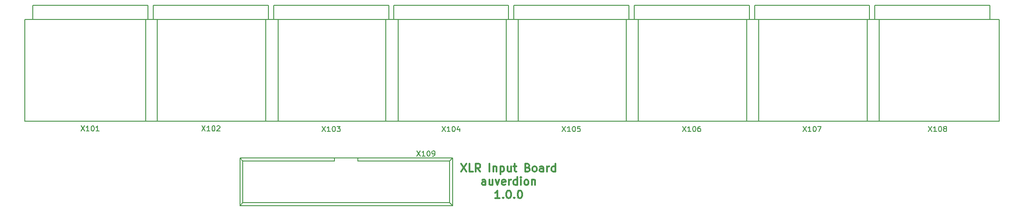
<source format=gto>
G04 #@! TF.GenerationSoftware,KiCad,Pcbnew,(5.1.0-0)*
G04 #@! TF.CreationDate,2019-11-06T10:24:09+01:00*
G04 #@! TF.ProjectId,AddOnD,4164644f-6e44-42e6-9b69-6361645f7063,rev?*
G04 #@! TF.SameCoordinates,Original*
G04 #@! TF.FileFunction,Legend,Top*
G04 #@! TF.FilePolarity,Positive*
%FSLAX46Y46*%
G04 Gerber Fmt 4.6, Leading zero omitted, Abs format (unit mm)*
G04 Created by KiCad (PCBNEW (5.1.0-0)) date 2019-11-06 10:24:09*
%MOMM*%
%LPD*%
G04 APERTURE LIST*
%ADD10C,0.300000*%
%ADD11C,0.150000*%
G04 APERTURE END LIST*
D10*
X90928571Y62371428D02*
X91928571Y60871428D01*
X91928571Y62371428D02*
X90928571Y60871428D01*
X93214285Y60871428D02*
X92500000Y60871428D01*
X92500000Y62371428D01*
X94571428Y60871428D02*
X94071428Y61585714D01*
X93714285Y60871428D02*
X93714285Y62371428D01*
X94285714Y62371428D01*
X94428571Y62300000D01*
X94500000Y62228571D01*
X94571428Y62085714D01*
X94571428Y61871428D01*
X94500000Y61728571D01*
X94428571Y61657142D01*
X94285714Y61585714D01*
X93714285Y61585714D01*
X96357142Y60871428D02*
X96357142Y62371428D01*
X97071428Y61871428D02*
X97071428Y60871428D01*
X97071428Y61728571D02*
X97142857Y61800000D01*
X97285714Y61871428D01*
X97500000Y61871428D01*
X97642857Y61800000D01*
X97714285Y61657142D01*
X97714285Y60871428D01*
X98428571Y61871428D02*
X98428571Y60371428D01*
X98428571Y61800000D02*
X98571428Y61871428D01*
X98857142Y61871428D01*
X99000000Y61800000D01*
X99071428Y61728571D01*
X99142857Y61585714D01*
X99142857Y61157142D01*
X99071428Y61014285D01*
X99000000Y60942857D01*
X98857142Y60871428D01*
X98571428Y60871428D01*
X98428571Y60942857D01*
X100428571Y61871428D02*
X100428571Y60871428D01*
X99785714Y61871428D02*
X99785714Y61085714D01*
X99857142Y60942857D01*
X100000000Y60871428D01*
X100214285Y60871428D01*
X100357142Y60942857D01*
X100428571Y61014285D01*
X100928571Y61871428D02*
X101500000Y61871428D01*
X101142857Y62371428D02*
X101142857Y61085714D01*
X101214285Y60942857D01*
X101357142Y60871428D01*
X101500000Y60871428D01*
X103642857Y61657142D02*
X103857142Y61585714D01*
X103928571Y61514285D01*
X104000000Y61371428D01*
X104000000Y61157142D01*
X103928571Y61014285D01*
X103857142Y60942857D01*
X103714285Y60871428D01*
X103142857Y60871428D01*
X103142857Y62371428D01*
X103642857Y62371428D01*
X103785714Y62300000D01*
X103857142Y62228571D01*
X103928571Y62085714D01*
X103928571Y61942857D01*
X103857142Y61800000D01*
X103785714Y61728571D01*
X103642857Y61657142D01*
X103142857Y61657142D01*
X104857142Y60871428D02*
X104714285Y60942857D01*
X104642857Y61014285D01*
X104571428Y61157142D01*
X104571428Y61585714D01*
X104642857Y61728571D01*
X104714285Y61800000D01*
X104857142Y61871428D01*
X105071428Y61871428D01*
X105214285Y61800000D01*
X105285714Y61728571D01*
X105357142Y61585714D01*
X105357142Y61157142D01*
X105285714Y61014285D01*
X105214285Y60942857D01*
X105071428Y60871428D01*
X104857142Y60871428D01*
X106642857Y60871428D02*
X106642857Y61657142D01*
X106571428Y61800000D01*
X106428571Y61871428D01*
X106142857Y61871428D01*
X106000000Y61800000D01*
X106642857Y60942857D02*
X106500000Y60871428D01*
X106142857Y60871428D01*
X106000000Y60942857D01*
X105928571Y61085714D01*
X105928571Y61228571D01*
X106000000Y61371428D01*
X106142857Y61442857D01*
X106500000Y61442857D01*
X106642857Y61514285D01*
X107357142Y60871428D02*
X107357142Y61871428D01*
X107357142Y61585714D02*
X107428571Y61728571D01*
X107500000Y61800000D01*
X107642857Y61871428D01*
X107785714Y61871428D01*
X108928571Y60871428D02*
X108928571Y62371428D01*
X108928571Y60942857D02*
X108785714Y60871428D01*
X108500000Y60871428D01*
X108357142Y60942857D01*
X108285714Y61014285D01*
X108214285Y61157142D01*
X108214285Y61585714D01*
X108285714Y61728571D01*
X108357142Y61800000D01*
X108500000Y61871428D01*
X108785714Y61871428D01*
X108928571Y61800000D01*
X95571428Y58321428D02*
X95571428Y59107142D01*
X95500000Y59250000D01*
X95357142Y59321428D01*
X95071428Y59321428D01*
X94928571Y59250000D01*
X95571428Y58392857D02*
X95428571Y58321428D01*
X95071428Y58321428D01*
X94928571Y58392857D01*
X94857142Y58535714D01*
X94857142Y58678571D01*
X94928571Y58821428D01*
X95071428Y58892857D01*
X95428571Y58892857D01*
X95571428Y58964285D01*
X96928571Y59321428D02*
X96928571Y58321428D01*
X96285714Y59321428D02*
X96285714Y58535714D01*
X96357142Y58392857D01*
X96500000Y58321428D01*
X96714285Y58321428D01*
X96857142Y58392857D01*
X96928571Y58464285D01*
X97500000Y59321428D02*
X97857142Y58321428D01*
X98214285Y59321428D01*
X99357142Y58392857D02*
X99214285Y58321428D01*
X98928571Y58321428D01*
X98785714Y58392857D01*
X98714285Y58535714D01*
X98714285Y59107142D01*
X98785714Y59250000D01*
X98928571Y59321428D01*
X99214285Y59321428D01*
X99357142Y59250000D01*
X99428571Y59107142D01*
X99428571Y58964285D01*
X98714285Y58821428D01*
X100071428Y58321428D02*
X100071428Y59321428D01*
X100071428Y59035714D02*
X100142857Y59178571D01*
X100214285Y59250000D01*
X100357142Y59321428D01*
X100500000Y59321428D01*
X101642857Y58321428D02*
X101642857Y59821428D01*
X101642857Y58392857D02*
X101500000Y58321428D01*
X101214285Y58321428D01*
X101071428Y58392857D01*
X101000000Y58464285D01*
X100928571Y58607142D01*
X100928571Y59035714D01*
X101000000Y59178571D01*
X101071428Y59250000D01*
X101214285Y59321428D01*
X101500000Y59321428D01*
X101642857Y59250000D01*
X102357142Y58321428D02*
X102357142Y59321428D01*
X102357142Y59821428D02*
X102285714Y59750000D01*
X102357142Y59678571D01*
X102428571Y59750000D01*
X102357142Y59821428D01*
X102357142Y59678571D01*
X103285714Y58321428D02*
X103142857Y58392857D01*
X103071428Y58464285D01*
X103000000Y58607142D01*
X103000000Y59035714D01*
X103071428Y59178571D01*
X103142857Y59250000D01*
X103285714Y59321428D01*
X103500000Y59321428D01*
X103642857Y59250000D01*
X103714285Y59178571D01*
X103785714Y59035714D01*
X103785714Y58607142D01*
X103714285Y58464285D01*
X103642857Y58392857D01*
X103500000Y58321428D01*
X103285714Y58321428D01*
X104428571Y59321428D02*
X104428571Y58321428D01*
X104428571Y59178571D02*
X104500000Y59250000D01*
X104642857Y59321428D01*
X104857142Y59321428D01*
X105000000Y59250000D01*
X105071428Y59107142D01*
X105071428Y58321428D01*
X98285714Y55771428D02*
X97428571Y55771428D01*
X97857142Y55771428D02*
X97857142Y57271428D01*
X97714285Y57057142D01*
X97571428Y56914285D01*
X97428571Y56842857D01*
X98928571Y55914285D02*
X99000000Y55842857D01*
X98928571Y55771428D01*
X98857142Y55842857D01*
X98928571Y55914285D01*
X98928571Y55771428D01*
X99928571Y57271428D02*
X100071428Y57271428D01*
X100214285Y57200000D01*
X100285714Y57128571D01*
X100357142Y56985714D01*
X100428571Y56700000D01*
X100428571Y56342857D01*
X100357142Y56057142D01*
X100285714Y55914285D01*
X100214285Y55842857D01*
X100071428Y55771428D01*
X99928571Y55771428D01*
X99785714Y55842857D01*
X99714285Y55914285D01*
X99642857Y56057142D01*
X99571428Y56342857D01*
X99571428Y56700000D01*
X99642857Y56985714D01*
X99714285Y57128571D01*
X99785714Y57200000D01*
X99928571Y57271428D01*
X101071428Y55914285D02*
X101142857Y55842857D01*
X101071428Y55771428D01*
X101000000Y55842857D01*
X101071428Y55914285D01*
X101071428Y55771428D01*
X102071428Y57271428D02*
X102214285Y57271428D01*
X102357142Y57200000D01*
X102428571Y57128571D01*
X102500000Y56985714D01*
X102571428Y56700000D01*
X102571428Y56342857D01*
X102500000Y56057142D01*
X102428571Y55914285D01*
X102357142Y55842857D01*
X102214285Y55771428D01*
X102071428Y55771428D01*
X101928571Y55842857D01*
X101857142Y55914285D01*
X101785714Y56057142D01*
X101714285Y56342857D01*
X101714285Y56700000D01*
X101785714Y56985714D01*
X101857142Y57128571D01*
X101928571Y57200000D01*
X102071428Y57271428D01*
D11*
X77100000Y92700000D02*
X77100000Y90000000D01*
X55100000Y92700000D02*
X77100000Y92700000D01*
X55100000Y90000000D02*
X55100000Y92700000D01*
X78900000Y90000000D02*
X53600000Y90000000D01*
X78900000Y70500000D02*
X78900000Y90000000D01*
X53600000Y70500000D02*
X78900000Y70500000D01*
X53600000Y90000000D02*
X53600000Y70500000D01*
X48640000Y63480000D02*
X49200000Y62930000D01*
X89280000Y63480000D02*
X88740000Y62930000D01*
X48640000Y54380000D02*
X49200000Y54930000D01*
X89280000Y54380000D02*
X88740000Y54930000D01*
X49200000Y54930000D02*
X49200000Y62930000D01*
X48640000Y54380000D02*
X48640000Y63480000D01*
X88740000Y54930000D02*
X88740000Y62930000D01*
X89280000Y54380000D02*
X89280000Y63480000D01*
X66710000Y62930000D02*
X66710000Y63480000D01*
X71210000Y62930000D02*
X71210000Y63480000D01*
X66710000Y62930000D02*
X49200000Y62930000D01*
X88740000Y62930000D02*
X71210000Y62930000D01*
X89280000Y63480000D02*
X48640000Y63480000D01*
X88740000Y54930000D02*
X49200000Y54930000D01*
X89280000Y54380000D02*
X48640000Y54380000D01*
X31000000Y92700000D02*
X31000000Y90000000D01*
X9000000Y92700000D02*
X31000000Y92700000D01*
X9000000Y90000000D02*
X9000000Y92700000D01*
X32800000Y90000000D02*
X7500000Y90000000D01*
X32800000Y70500000D02*
X32800000Y90000000D01*
X7500000Y70500000D02*
X32800000Y70500000D01*
X7500000Y90000000D02*
X7500000Y70500000D01*
X30600000Y90000000D02*
X30600000Y70500000D01*
X30600000Y70500000D02*
X55900000Y70500000D01*
X55900000Y70500000D02*
X55900000Y90000000D01*
X55900000Y90000000D02*
X30600000Y90000000D01*
X32100000Y90000000D02*
X32100000Y92700000D01*
X32100000Y92700000D02*
X54100000Y92700000D01*
X54100000Y92700000D02*
X54100000Y90000000D01*
X76500000Y90000000D02*
X76500000Y70500000D01*
X76500000Y70500000D02*
X101800000Y70500000D01*
X101800000Y70500000D02*
X101800000Y90000000D01*
X101800000Y90000000D02*
X76500000Y90000000D01*
X78000000Y90000000D02*
X78000000Y92700000D01*
X78000000Y92700000D02*
X100000000Y92700000D01*
X100000000Y92700000D02*
X100000000Y90000000D01*
X123000000Y92700000D02*
X123000000Y90000000D01*
X101000000Y92700000D02*
X123000000Y92700000D01*
X101000000Y90000000D02*
X101000000Y92700000D01*
X124800000Y90000000D02*
X99500000Y90000000D01*
X124800000Y70500000D02*
X124800000Y90000000D01*
X99500000Y70500000D02*
X124800000Y70500000D01*
X99500000Y90000000D02*
X99500000Y70500000D01*
X122500000Y90000000D02*
X122500000Y70500000D01*
X122500000Y70500000D02*
X147800000Y70500000D01*
X147800000Y70500000D02*
X147800000Y90000000D01*
X147800000Y90000000D02*
X122500000Y90000000D01*
X124000000Y90000000D02*
X124000000Y92700000D01*
X124000000Y92700000D02*
X146000000Y92700000D01*
X146000000Y92700000D02*
X146000000Y90000000D01*
X169000000Y92700000D02*
X169000000Y90000000D01*
X147000000Y92700000D02*
X169000000Y92700000D01*
X147000000Y90000000D02*
X147000000Y92700000D01*
X170800000Y90000000D02*
X145500000Y90000000D01*
X170800000Y70500000D02*
X170800000Y90000000D01*
X145500000Y70500000D02*
X170800000Y70500000D01*
X145500000Y90000000D02*
X145500000Y70500000D01*
X168500000Y90000000D02*
X168500000Y70500000D01*
X168500000Y70500000D02*
X193800000Y70500000D01*
X193800000Y70500000D02*
X193800000Y90000000D01*
X193800000Y90000000D02*
X168500000Y90000000D01*
X170000000Y90000000D02*
X170000000Y92700000D01*
X170000000Y92700000D02*
X192000000Y92700000D01*
X192000000Y92700000D02*
X192000000Y90000000D01*
X64338095Y69547619D02*
X65004761Y68547619D01*
X65004761Y69547619D02*
X64338095Y68547619D01*
X65909523Y68547619D02*
X65338095Y68547619D01*
X65623809Y68547619D02*
X65623809Y69547619D01*
X65528571Y69404761D01*
X65433333Y69309523D01*
X65338095Y69261904D01*
X66528571Y69547619D02*
X66623809Y69547619D01*
X66719047Y69500000D01*
X66766666Y69452380D01*
X66814285Y69357142D01*
X66861904Y69166666D01*
X66861904Y68928571D01*
X66814285Y68738095D01*
X66766666Y68642857D01*
X66719047Y68595238D01*
X66623809Y68547619D01*
X66528571Y68547619D01*
X66433333Y68595238D01*
X66385714Y68642857D01*
X66338095Y68738095D01*
X66290476Y68928571D01*
X66290476Y69166666D01*
X66338095Y69357142D01*
X66385714Y69452380D01*
X66433333Y69500000D01*
X66528571Y69547619D01*
X67195238Y69547619D02*
X67814285Y69547619D01*
X67480952Y69166666D01*
X67623809Y69166666D01*
X67719047Y69119047D01*
X67766666Y69071428D01*
X67814285Y68976190D01*
X67814285Y68738095D01*
X67766666Y68642857D01*
X67719047Y68595238D01*
X67623809Y68547619D01*
X67338095Y68547619D01*
X67242857Y68595238D01*
X67195238Y68642857D01*
X82438095Y64847619D02*
X83104761Y63847619D01*
X83104761Y64847619D02*
X82438095Y63847619D01*
X84009523Y63847619D02*
X83438095Y63847619D01*
X83723809Y63847619D02*
X83723809Y64847619D01*
X83628571Y64704761D01*
X83533333Y64609523D01*
X83438095Y64561904D01*
X84628571Y64847619D02*
X84723809Y64847619D01*
X84819047Y64800000D01*
X84866666Y64752380D01*
X84914285Y64657142D01*
X84961904Y64466666D01*
X84961904Y64228571D01*
X84914285Y64038095D01*
X84866666Y63942857D01*
X84819047Y63895238D01*
X84723809Y63847619D01*
X84628571Y63847619D01*
X84533333Y63895238D01*
X84485714Y63942857D01*
X84438095Y64038095D01*
X84390476Y64228571D01*
X84390476Y64466666D01*
X84438095Y64657142D01*
X84485714Y64752380D01*
X84533333Y64800000D01*
X84628571Y64847619D01*
X85438095Y63847619D02*
X85628571Y63847619D01*
X85723809Y63895238D01*
X85771428Y63942857D01*
X85866666Y64085714D01*
X85914285Y64276190D01*
X85914285Y64657142D01*
X85866666Y64752380D01*
X85819047Y64800000D01*
X85723809Y64847619D01*
X85533333Y64847619D01*
X85438095Y64800000D01*
X85390476Y64752380D01*
X85342857Y64657142D01*
X85342857Y64419047D01*
X85390476Y64323809D01*
X85438095Y64276190D01*
X85533333Y64228571D01*
X85723809Y64228571D01*
X85819047Y64276190D01*
X85866666Y64323809D01*
X85914285Y64419047D01*
X18238095Y69647619D02*
X18904761Y68647619D01*
X18904761Y69647619D02*
X18238095Y68647619D01*
X19809523Y68647619D02*
X19238095Y68647619D01*
X19523809Y68647619D02*
X19523809Y69647619D01*
X19428571Y69504761D01*
X19333333Y69409523D01*
X19238095Y69361904D01*
X20428571Y69647619D02*
X20523809Y69647619D01*
X20619047Y69600000D01*
X20666666Y69552380D01*
X20714285Y69457142D01*
X20761904Y69266666D01*
X20761904Y69028571D01*
X20714285Y68838095D01*
X20666666Y68742857D01*
X20619047Y68695238D01*
X20523809Y68647619D01*
X20428571Y68647619D01*
X20333333Y68695238D01*
X20285714Y68742857D01*
X20238095Y68838095D01*
X20190476Y69028571D01*
X20190476Y69266666D01*
X20238095Y69457142D01*
X20285714Y69552380D01*
X20333333Y69600000D01*
X20428571Y69647619D01*
X21714285Y68647619D02*
X21142857Y68647619D01*
X21428571Y68647619D02*
X21428571Y69647619D01*
X21333333Y69504761D01*
X21238095Y69409523D01*
X21142857Y69361904D01*
X41338095Y69647619D02*
X42004761Y68647619D01*
X42004761Y69647619D02*
X41338095Y68647619D01*
X42909523Y68647619D02*
X42338095Y68647619D01*
X42623809Y68647619D02*
X42623809Y69647619D01*
X42528571Y69504761D01*
X42433333Y69409523D01*
X42338095Y69361904D01*
X43528571Y69647619D02*
X43623809Y69647619D01*
X43719047Y69600000D01*
X43766666Y69552380D01*
X43814285Y69457142D01*
X43861904Y69266666D01*
X43861904Y69028571D01*
X43814285Y68838095D01*
X43766666Y68742857D01*
X43719047Y68695238D01*
X43623809Y68647619D01*
X43528571Y68647619D01*
X43433333Y68695238D01*
X43385714Y68742857D01*
X43338095Y68838095D01*
X43290476Y69028571D01*
X43290476Y69266666D01*
X43338095Y69457142D01*
X43385714Y69552380D01*
X43433333Y69600000D01*
X43528571Y69647619D01*
X44242857Y69552380D02*
X44290476Y69600000D01*
X44385714Y69647619D01*
X44623809Y69647619D01*
X44719047Y69600000D01*
X44766666Y69552380D01*
X44814285Y69457142D01*
X44814285Y69361904D01*
X44766666Y69219047D01*
X44195238Y68647619D01*
X44814285Y68647619D01*
X87238095Y69547619D02*
X87904761Y68547619D01*
X87904761Y69547619D02*
X87238095Y68547619D01*
X88809523Y68547619D02*
X88238095Y68547619D01*
X88523809Y68547619D02*
X88523809Y69547619D01*
X88428571Y69404761D01*
X88333333Y69309523D01*
X88238095Y69261904D01*
X89428571Y69547619D02*
X89523809Y69547619D01*
X89619047Y69500000D01*
X89666666Y69452380D01*
X89714285Y69357142D01*
X89761904Y69166666D01*
X89761904Y68928571D01*
X89714285Y68738095D01*
X89666666Y68642857D01*
X89619047Y68595238D01*
X89523809Y68547619D01*
X89428571Y68547619D01*
X89333333Y68595238D01*
X89285714Y68642857D01*
X89238095Y68738095D01*
X89190476Y68928571D01*
X89190476Y69166666D01*
X89238095Y69357142D01*
X89285714Y69452380D01*
X89333333Y69500000D01*
X89428571Y69547619D01*
X90619047Y69214285D02*
X90619047Y68547619D01*
X90380952Y69595238D02*
X90142857Y68880952D01*
X90761904Y68880952D01*
X110238095Y69547619D02*
X110904761Y68547619D01*
X110904761Y69547619D02*
X110238095Y68547619D01*
X111809523Y68547619D02*
X111238095Y68547619D01*
X111523809Y68547619D02*
X111523809Y69547619D01*
X111428571Y69404761D01*
X111333333Y69309523D01*
X111238095Y69261904D01*
X112428571Y69547619D02*
X112523809Y69547619D01*
X112619047Y69500000D01*
X112666666Y69452380D01*
X112714285Y69357142D01*
X112761904Y69166666D01*
X112761904Y68928571D01*
X112714285Y68738095D01*
X112666666Y68642857D01*
X112619047Y68595238D01*
X112523809Y68547619D01*
X112428571Y68547619D01*
X112333333Y68595238D01*
X112285714Y68642857D01*
X112238095Y68738095D01*
X112190476Y68928571D01*
X112190476Y69166666D01*
X112238095Y69357142D01*
X112285714Y69452380D01*
X112333333Y69500000D01*
X112428571Y69547619D01*
X113666666Y69547619D02*
X113190476Y69547619D01*
X113142857Y69071428D01*
X113190476Y69119047D01*
X113285714Y69166666D01*
X113523809Y69166666D01*
X113619047Y69119047D01*
X113666666Y69071428D01*
X113714285Y68976190D01*
X113714285Y68738095D01*
X113666666Y68642857D01*
X113619047Y68595238D01*
X113523809Y68547619D01*
X113285714Y68547619D01*
X113190476Y68595238D01*
X113142857Y68642857D01*
X133238095Y69547619D02*
X133904761Y68547619D01*
X133904761Y69547619D02*
X133238095Y68547619D01*
X134809523Y68547619D02*
X134238095Y68547619D01*
X134523809Y68547619D02*
X134523809Y69547619D01*
X134428571Y69404761D01*
X134333333Y69309523D01*
X134238095Y69261904D01*
X135428571Y69547619D02*
X135523809Y69547619D01*
X135619047Y69500000D01*
X135666666Y69452380D01*
X135714285Y69357142D01*
X135761904Y69166666D01*
X135761904Y68928571D01*
X135714285Y68738095D01*
X135666666Y68642857D01*
X135619047Y68595238D01*
X135523809Y68547619D01*
X135428571Y68547619D01*
X135333333Y68595238D01*
X135285714Y68642857D01*
X135238095Y68738095D01*
X135190476Y68928571D01*
X135190476Y69166666D01*
X135238095Y69357142D01*
X135285714Y69452380D01*
X135333333Y69500000D01*
X135428571Y69547619D01*
X136619047Y69547619D02*
X136428571Y69547619D01*
X136333333Y69500000D01*
X136285714Y69452380D01*
X136190476Y69309523D01*
X136142857Y69119047D01*
X136142857Y68738095D01*
X136190476Y68642857D01*
X136238095Y68595238D01*
X136333333Y68547619D01*
X136523809Y68547619D01*
X136619047Y68595238D01*
X136666666Y68642857D01*
X136714285Y68738095D01*
X136714285Y68976190D01*
X136666666Y69071428D01*
X136619047Y69119047D01*
X136523809Y69166666D01*
X136333333Y69166666D01*
X136238095Y69119047D01*
X136190476Y69071428D01*
X136142857Y68976190D01*
X156238095Y69547619D02*
X156904761Y68547619D01*
X156904761Y69547619D02*
X156238095Y68547619D01*
X157809523Y68547619D02*
X157238095Y68547619D01*
X157523809Y68547619D02*
X157523809Y69547619D01*
X157428571Y69404761D01*
X157333333Y69309523D01*
X157238095Y69261904D01*
X158428571Y69547619D02*
X158523809Y69547619D01*
X158619047Y69500000D01*
X158666666Y69452380D01*
X158714285Y69357142D01*
X158761904Y69166666D01*
X158761904Y68928571D01*
X158714285Y68738095D01*
X158666666Y68642857D01*
X158619047Y68595238D01*
X158523809Y68547619D01*
X158428571Y68547619D01*
X158333333Y68595238D01*
X158285714Y68642857D01*
X158238095Y68738095D01*
X158190476Y68928571D01*
X158190476Y69166666D01*
X158238095Y69357142D01*
X158285714Y69452380D01*
X158333333Y69500000D01*
X158428571Y69547619D01*
X159095238Y69547619D02*
X159761904Y69547619D01*
X159333333Y68547619D01*
X180238095Y69547619D02*
X180904761Y68547619D01*
X180904761Y69547619D02*
X180238095Y68547619D01*
X181809523Y68547619D02*
X181238095Y68547619D01*
X181523809Y68547619D02*
X181523809Y69547619D01*
X181428571Y69404761D01*
X181333333Y69309523D01*
X181238095Y69261904D01*
X182428571Y69547619D02*
X182523809Y69547619D01*
X182619047Y69500000D01*
X182666666Y69452380D01*
X182714285Y69357142D01*
X182761904Y69166666D01*
X182761904Y68928571D01*
X182714285Y68738095D01*
X182666666Y68642857D01*
X182619047Y68595238D01*
X182523809Y68547619D01*
X182428571Y68547619D01*
X182333333Y68595238D01*
X182285714Y68642857D01*
X182238095Y68738095D01*
X182190476Y68928571D01*
X182190476Y69166666D01*
X182238095Y69357142D01*
X182285714Y69452380D01*
X182333333Y69500000D01*
X182428571Y69547619D01*
X183333333Y69119047D02*
X183238095Y69166666D01*
X183190476Y69214285D01*
X183142857Y69309523D01*
X183142857Y69357142D01*
X183190476Y69452380D01*
X183238095Y69500000D01*
X183333333Y69547619D01*
X183523809Y69547619D01*
X183619047Y69500000D01*
X183666666Y69452380D01*
X183714285Y69357142D01*
X183714285Y69309523D01*
X183666666Y69214285D01*
X183619047Y69166666D01*
X183523809Y69119047D01*
X183333333Y69119047D01*
X183238095Y69071428D01*
X183190476Y69023809D01*
X183142857Y68928571D01*
X183142857Y68738095D01*
X183190476Y68642857D01*
X183238095Y68595238D01*
X183333333Y68547619D01*
X183523809Y68547619D01*
X183619047Y68595238D01*
X183666666Y68642857D01*
X183714285Y68738095D01*
X183714285Y68928571D01*
X183666666Y69023809D01*
X183619047Y69071428D01*
X183523809Y69119047D01*
M02*

</source>
